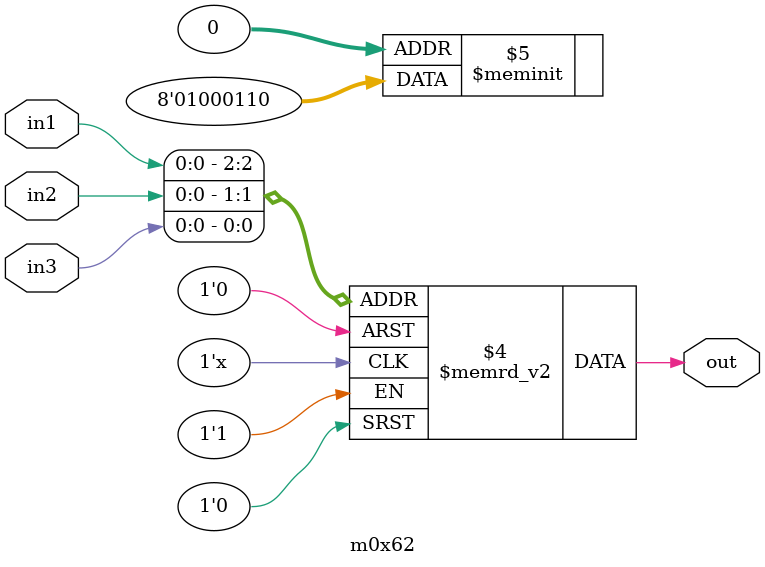
<source format=v>
module m0x62(output out, input in1, in2, in3);

   always @(in1, in2, in3)
     begin
        case({in1, in2, in3})
          3'b000: {out} = 1'b0;
          3'b001: {out} = 1'b1;
          3'b010: {out} = 1'b1;
          3'b011: {out} = 1'b0;
          3'b100: {out} = 1'b0;
          3'b101: {out} = 1'b0;
          3'b110: {out} = 1'b1;
          3'b111: {out} = 1'b0;
        endcase // case ({in1, in2, in3})
     end // always @ (in1, in2, in3)

endmodule // m0x62
</source>
